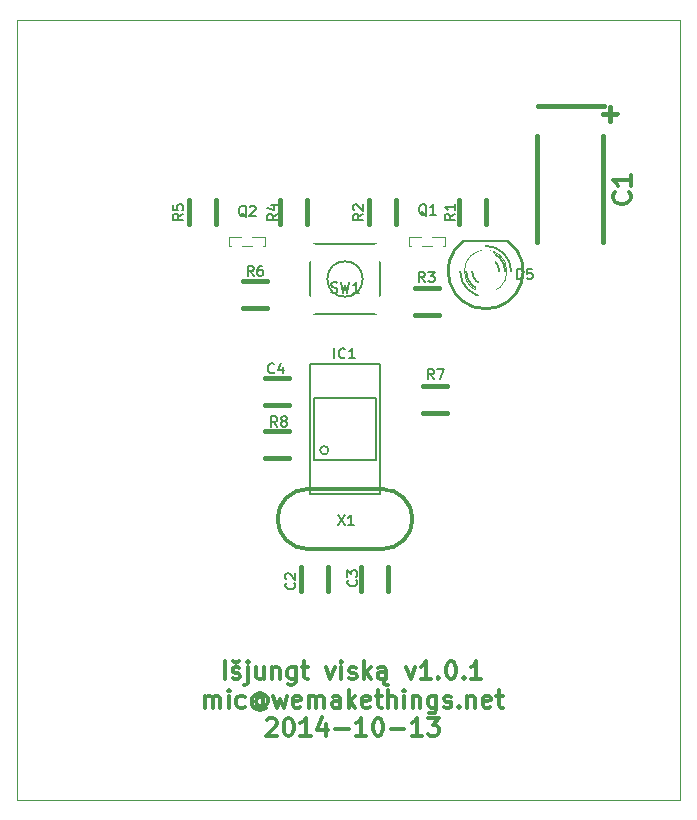
<source format=gbr>
%FSLAX46Y46*%
G04 Gerber Fmt 4.6, Leading zero omitted, Abs format (unit mm)*
G04 Created by KiCad (PCBNEW (2014-09-18 BZR 5141)-product) date Mon 13 Oct 2014 02:33:10 PM EEST*
%MOMM*%
G01*
G04 APERTURE LIST*
%ADD10C,0.150000*%
%ADD11C,0.300000*%
%ADD12C,0.100000*%
%ADD13C,0.119380*%
%ADD14C,0.127000*%
%ADD15C,0.203200*%
%ADD16C,0.076200*%
%ADD17C,0.254000*%
%ADD18C,0.152400*%
%ADD19C,0.317500*%
%ADD20C,0.200000*%
%ADD21C,0.381000*%
%ADD22C,0.304800*%
%ADD23R,0.914400X1.500000*%
%ADD24C,2.500000*%
%ADD25C,1.800000*%
%ADD26C,3.100000*%
%ADD27R,1.524000X1.524000*%
%ADD28C,1.524000*%
%ADD29C,1.676400*%
%ADD30C,1.422400*%
%ADD31R,0.700000X2.200000*%
%ADD32R,1.198880X1.501140*%
%ADD33R,1.501140X1.198880*%
%ADD34R,4.399280X4.549140*%
G04 APERTURE END LIST*
D10*
D11*
X106678571Y-122778571D02*
X106678571Y-121278571D01*
X107321428Y-122707143D02*
X107464285Y-122778571D01*
X107750000Y-122778571D01*
X107892857Y-122707143D01*
X107964285Y-122564286D01*
X107964285Y-122492857D01*
X107892857Y-122350000D01*
X107750000Y-122278571D01*
X107535714Y-122278571D01*
X107392857Y-122207143D01*
X107321428Y-122064286D01*
X107321428Y-121992857D01*
X107392857Y-121850000D01*
X107535714Y-121778571D01*
X107750000Y-121778571D01*
X107892857Y-121850000D01*
X107321428Y-121207143D02*
X107607143Y-121421429D01*
X107892857Y-121207143D01*
X108607143Y-121778571D02*
X108607143Y-123064286D01*
X108535714Y-123207143D01*
X108392857Y-123278571D01*
X108321429Y-123278571D01*
X108607143Y-121278571D02*
X108535714Y-121350000D01*
X108607143Y-121421429D01*
X108678571Y-121350000D01*
X108607143Y-121278571D01*
X108607143Y-121421429D01*
X109964286Y-121778571D02*
X109964286Y-122778571D01*
X109321429Y-121778571D02*
X109321429Y-122564286D01*
X109392857Y-122707143D01*
X109535715Y-122778571D01*
X109750000Y-122778571D01*
X109892857Y-122707143D01*
X109964286Y-122635714D01*
X110678572Y-121778571D02*
X110678572Y-122778571D01*
X110678572Y-121921429D02*
X110750000Y-121850000D01*
X110892858Y-121778571D01*
X111107143Y-121778571D01*
X111250000Y-121850000D01*
X111321429Y-121992857D01*
X111321429Y-122778571D01*
X112678572Y-121778571D02*
X112678572Y-122992857D01*
X112607143Y-123135714D01*
X112535715Y-123207143D01*
X112392858Y-123278571D01*
X112178572Y-123278571D01*
X112035715Y-123207143D01*
X112678572Y-122707143D02*
X112535715Y-122778571D01*
X112250001Y-122778571D01*
X112107143Y-122707143D01*
X112035715Y-122635714D01*
X111964286Y-122492857D01*
X111964286Y-122064286D01*
X112035715Y-121921429D01*
X112107143Y-121850000D01*
X112250001Y-121778571D01*
X112535715Y-121778571D01*
X112678572Y-121850000D01*
X113178572Y-121778571D02*
X113750001Y-121778571D01*
X113392858Y-121278571D02*
X113392858Y-122564286D01*
X113464286Y-122707143D01*
X113607144Y-122778571D01*
X113750001Y-122778571D01*
X115250001Y-121778571D02*
X115607144Y-122778571D01*
X115964286Y-121778571D01*
X116535715Y-122778571D02*
X116535715Y-121778571D01*
X116535715Y-121278571D02*
X116464286Y-121350000D01*
X116535715Y-121421429D01*
X116607143Y-121350000D01*
X116535715Y-121278571D01*
X116535715Y-121421429D01*
X117178572Y-122707143D02*
X117321429Y-122778571D01*
X117607144Y-122778571D01*
X117750001Y-122707143D01*
X117821429Y-122564286D01*
X117821429Y-122492857D01*
X117750001Y-122350000D01*
X117607144Y-122278571D01*
X117392858Y-122278571D01*
X117250001Y-122207143D01*
X117178572Y-122064286D01*
X117178572Y-121992857D01*
X117250001Y-121850000D01*
X117392858Y-121778571D01*
X117607144Y-121778571D01*
X117750001Y-121850000D01*
X118464287Y-122778571D02*
X118464287Y-121278571D01*
X118607144Y-122207143D02*
X119035715Y-122778571D01*
X119035715Y-121778571D02*
X118464287Y-122350000D01*
X120321430Y-122778571D02*
X120321430Y-121992857D01*
X120250001Y-121850000D01*
X120107144Y-121778571D01*
X119821430Y-121778571D01*
X119678573Y-121850000D01*
X120321430Y-122707143D02*
X120178573Y-122778571D01*
X119821430Y-122778571D01*
X119678573Y-122707143D01*
X119607144Y-122564286D01*
X119607144Y-122421429D01*
X119678573Y-122278571D01*
X119821430Y-122207143D01*
X120178573Y-122207143D01*
X120321430Y-122135714D01*
X120321430Y-122778571D02*
X120178573Y-122921429D01*
X120107144Y-123064286D01*
X120178573Y-123207143D01*
X120321430Y-123278571D01*
X120464287Y-123278571D01*
X122035716Y-121778571D02*
X122392859Y-122778571D01*
X122750001Y-121778571D01*
X124107144Y-122778571D02*
X123250001Y-122778571D01*
X123678573Y-122778571D02*
X123678573Y-121278571D01*
X123535716Y-121492857D01*
X123392858Y-121635714D01*
X123250001Y-121707143D01*
X124750001Y-122635714D02*
X124821429Y-122707143D01*
X124750001Y-122778571D01*
X124678572Y-122707143D01*
X124750001Y-122635714D01*
X124750001Y-122778571D01*
X125750001Y-121278571D02*
X125892858Y-121278571D01*
X126035715Y-121350000D01*
X126107144Y-121421429D01*
X126178573Y-121564286D01*
X126250001Y-121850000D01*
X126250001Y-122207143D01*
X126178573Y-122492857D01*
X126107144Y-122635714D01*
X126035715Y-122707143D01*
X125892858Y-122778571D01*
X125750001Y-122778571D01*
X125607144Y-122707143D01*
X125535715Y-122635714D01*
X125464287Y-122492857D01*
X125392858Y-122207143D01*
X125392858Y-121850000D01*
X125464287Y-121564286D01*
X125535715Y-121421429D01*
X125607144Y-121350000D01*
X125750001Y-121278571D01*
X126892858Y-122635714D02*
X126964286Y-122707143D01*
X126892858Y-122778571D01*
X126821429Y-122707143D01*
X126892858Y-122635714D01*
X126892858Y-122778571D01*
X128392858Y-122778571D02*
X127535715Y-122778571D01*
X127964287Y-122778571D02*
X127964287Y-121278571D01*
X127821430Y-121492857D01*
X127678572Y-121635714D01*
X127535715Y-121707143D01*
X105000000Y-125178571D02*
X105000000Y-124178571D01*
X105000000Y-124321429D02*
X105071428Y-124250000D01*
X105214286Y-124178571D01*
X105428571Y-124178571D01*
X105571428Y-124250000D01*
X105642857Y-124392857D01*
X105642857Y-125178571D01*
X105642857Y-124392857D02*
X105714286Y-124250000D01*
X105857143Y-124178571D01*
X106071428Y-124178571D01*
X106214286Y-124250000D01*
X106285714Y-124392857D01*
X106285714Y-125178571D01*
X107000000Y-125178571D02*
X107000000Y-124178571D01*
X107000000Y-123678571D02*
X106928571Y-123750000D01*
X107000000Y-123821429D01*
X107071428Y-123750000D01*
X107000000Y-123678571D01*
X107000000Y-123821429D01*
X108357143Y-125107143D02*
X108214286Y-125178571D01*
X107928572Y-125178571D01*
X107785714Y-125107143D01*
X107714286Y-125035714D01*
X107642857Y-124892857D01*
X107642857Y-124464286D01*
X107714286Y-124321429D01*
X107785714Y-124250000D01*
X107928572Y-124178571D01*
X108214286Y-124178571D01*
X108357143Y-124250000D01*
X109928571Y-124464286D02*
X109857143Y-124392857D01*
X109714286Y-124321429D01*
X109571428Y-124321429D01*
X109428571Y-124392857D01*
X109357143Y-124464286D01*
X109285714Y-124607143D01*
X109285714Y-124750000D01*
X109357143Y-124892857D01*
X109428571Y-124964286D01*
X109571428Y-125035714D01*
X109714286Y-125035714D01*
X109857143Y-124964286D01*
X109928571Y-124892857D01*
X109928571Y-124321429D02*
X109928571Y-124892857D01*
X110000000Y-124964286D01*
X110071428Y-124964286D01*
X110214286Y-124892857D01*
X110285714Y-124750000D01*
X110285714Y-124392857D01*
X110142857Y-124178571D01*
X109928571Y-124035714D01*
X109642857Y-123964286D01*
X109357143Y-124035714D01*
X109142857Y-124178571D01*
X109000000Y-124392857D01*
X108928571Y-124678571D01*
X109000000Y-124964286D01*
X109142857Y-125178571D01*
X109357143Y-125321429D01*
X109642857Y-125392857D01*
X109928571Y-125321429D01*
X110142857Y-125178571D01*
X110785714Y-124178571D02*
X111071428Y-125178571D01*
X111357142Y-124464286D01*
X111642857Y-125178571D01*
X111928571Y-124178571D01*
X113071428Y-125107143D02*
X112928571Y-125178571D01*
X112642857Y-125178571D01*
X112500000Y-125107143D01*
X112428571Y-124964286D01*
X112428571Y-124392857D01*
X112500000Y-124250000D01*
X112642857Y-124178571D01*
X112928571Y-124178571D01*
X113071428Y-124250000D01*
X113142857Y-124392857D01*
X113142857Y-124535714D01*
X112428571Y-124678571D01*
X113785714Y-125178571D02*
X113785714Y-124178571D01*
X113785714Y-124321429D02*
X113857142Y-124250000D01*
X114000000Y-124178571D01*
X114214285Y-124178571D01*
X114357142Y-124250000D01*
X114428571Y-124392857D01*
X114428571Y-125178571D01*
X114428571Y-124392857D02*
X114500000Y-124250000D01*
X114642857Y-124178571D01*
X114857142Y-124178571D01*
X115000000Y-124250000D01*
X115071428Y-124392857D01*
X115071428Y-125178571D01*
X116428571Y-125178571D02*
X116428571Y-124392857D01*
X116357142Y-124250000D01*
X116214285Y-124178571D01*
X115928571Y-124178571D01*
X115785714Y-124250000D01*
X116428571Y-125107143D02*
X116285714Y-125178571D01*
X115928571Y-125178571D01*
X115785714Y-125107143D01*
X115714285Y-124964286D01*
X115714285Y-124821429D01*
X115785714Y-124678571D01*
X115928571Y-124607143D01*
X116285714Y-124607143D01*
X116428571Y-124535714D01*
X117142857Y-125178571D02*
X117142857Y-123678571D01*
X117285714Y-124607143D02*
X117714285Y-125178571D01*
X117714285Y-124178571D02*
X117142857Y-124750000D01*
X118928571Y-125107143D02*
X118785714Y-125178571D01*
X118500000Y-125178571D01*
X118357143Y-125107143D01*
X118285714Y-124964286D01*
X118285714Y-124392857D01*
X118357143Y-124250000D01*
X118500000Y-124178571D01*
X118785714Y-124178571D01*
X118928571Y-124250000D01*
X119000000Y-124392857D01*
X119000000Y-124535714D01*
X118285714Y-124678571D01*
X119428571Y-124178571D02*
X120000000Y-124178571D01*
X119642857Y-123678571D02*
X119642857Y-124964286D01*
X119714285Y-125107143D01*
X119857143Y-125178571D01*
X120000000Y-125178571D01*
X120500000Y-125178571D02*
X120500000Y-123678571D01*
X121142857Y-125178571D02*
X121142857Y-124392857D01*
X121071428Y-124250000D01*
X120928571Y-124178571D01*
X120714286Y-124178571D01*
X120571428Y-124250000D01*
X120500000Y-124321429D01*
X121857143Y-125178571D02*
X121857143Y-124178571D01*
X121857143Y-123678571D02*
X121785714Y-123750000D01*
X121857143Y-123821429D01*
X121928571Y-123750000D01*
X121857143Y-123678571D01*
X121857143Y-123821429D01*
X122571429Y-124178571D02*
X122571429Y-125178571D01*
X122571429Y-124321429D02*
X122642857Y-124250000D01*
X122785715Y-124178571D01*
X123000000Y-124178571D01*
X123142857Y-124250000D01*
X123214286Y-124392857D01*
X123214286Y-125178571D01*
X124571429Y-124178571D02*
X124571429Y-125392857D01*
X124500000Y-125535714D01*
X124428572Y-125607143D01*
X124285715Y-125678571D01*
X124071429Y-125678571D01*
X123928572Y-125607143D01*
X124571429Y-125107143D02*
X124428572Y-125178571D01*
X124142858Y-125178571D01*
X124000000Y-125107143D01*
X123928572Y-125035714D01*
X123857143Y-124892857D01*
X123857143Y-124464286D01*
X123928572Y-124321429D01*
X124000000Y-124250000D01*
X124142858Y-124178571D01*
X124428572Y-124178571D01*
X124571429Y-124250000D01*
X125214286Y-125107143D02*
X125357143Y-125178571D01*
X125642858Y-125178571D01*
X125785715Y-125107143D01*
X125857143Y-124964286D01*
X125857143Y-124892857D01*
X125785715Y-124750000D01*
X125642858Y-124678571D01*
X125428572Y-124678571D01*
X125285715Y-124607143D01*
X125214286Y-124464286D01*
X125214286Y-124392857D01*
X125285715Y-124250000D01*
X125428572Y-124178571D01*
X125642858Y-124178571D01*
X125785715Y-124250000D01*
X126500001Y-125035714D02*
X126571429Y-125107143D01*
X126500001Y-125178571D01*
X126428572Y-125107143D01*
X126500001Y-125035714D01*
X126500001Y-125178571D01*
X127214287Y-124178571D02*
X127214287Y-125178571D01*
X127214287Y-124321429D02*
X127285715Y-124250000D01*
X127428573Y-124178571D01*
X127642858Y-124178571D01*
X127785715Y-124250000D01*
X127857144Y-124392857D01*
X127857144Y-125178571D01*
X129142858Y-125107143D02*
X129000001Y-125178571D01*
X128714287Y-125178571D01*
X128571430Y-125107143D01*
X128500001Y-124964286D01*
X128500001Y-124392857D01*
X128571430Y-124250000D01*
X128714287Y-124178571D01*
X129000001Y-124178571D01*
X129142858Y-124250000D01*
X129214287Y-124392857D01*
X129214287Y-124535714D01*
X128500001Y-124678571D01*
X129642858Y-124178571D02*
X130214287Y-124178571D01*
X129857144Y-123678571D02*
X129857144Y-124964286D01*
X129928572Y-125107143D01*
X130071430Y-125178571D01*
X130214287Y-125178571D01*
X110214287Y-126221429D02*
X110285716Y-126150000D01*
X110428573Y-126078571D01*
X110785716Y-126078571D01*
X110928573Y-126150000D01*
X111000002Y-126221429D01*
X111071430Y-126364286D01*
X111071430Y-126507143D01*
X111000002Y-126721429D01*
X110142859Y-127578571D01*
X111071430Y-127578571D01*
X112000001Y-126078571D02*
X112142858Y-126078571D01*
X112285715Y-126150000D01*
X112357144Y-126221429D01*
X112428573Y-126364286D01*
X112500001Y-126650000D01*
X112500001Y-127007143D01*
X112428573Y-127292857D01*
X112357144Y-127435714D01*
X112285715Y-127507143D01*
X112142858Y-127578571D01*
X112000001Y-127578571D01*
X111857144Y-127507143D01*
X111785715Y-127435714D01*
X111714287Y-127292857D01*
X111642858Y-127007143D01*
X111642858Y-126650000D01*
X111714287Y-126364286D01*
X111785715Y-126221429D01*
X111857144Y-126150000D01*
X112000001Y-126078571D01*
X113928572Y-127578571D02*
X113071429Y-127578571D01*
X113500001Y-127578571D02*
X113500001Y-126078571D01*
X113357144Y-126292857D01*
X113214286Y-126435714D01*
X113071429Y-126507143D01*
X115214286Y-126578571D02*
X115214286Y-127578571D01*
X114857143Y-126007143D02*
X114500000Y-127078571D01*
X115428572Y-127078571D01*
X116000000Y-127007143D02*
X117142857Y-127007143D01*
X118642857Y-127578571D02*
X117785714Y-127578571D01*
X118214286Y-127578571D02*
X118214286Y-126078571D01*
X118071429Y-126292857D01*
X117928571Y-126435714D01*
X117785714Y-126507143D01*
X119571428Y-126078571D02*
X119714285Y-126078571D01*
X119857142Y-126150000D01*
X119928571Y-126221429D01*
X120000000Y-126364286D01*
X120071428Y-126650000D01*
X120071428Y-127007143D01*
X120000000Y-127292857D01*
X119928571Y-127435714D01*
X119857142Y-127507143D01*
X119714285Y-127578571D01*
X119571428Y-127578571D01*
X119428571Y-127507143D01*
X119357142Y-127435714D01*
X119285714Y-127292857D01*
X119214285Y-127007143D01*
X119214285Y-126650000D01*
X119285714Y-126364286D01*
X119357142Y-126221429D01*
X119428571Y-126150000D01*
X119571428Y-126078571D01*
X120714285Y-127007143D02*
X121857142Y-127007143D01*
X123357142Y-127578571D02*
X122499999Y-127578571D01*
X122928571Y-127578571D02*
X122928571Y-126078571D01*
X122785714Y-126292857D01*
X122642856Y-126435714D01*
X122499999Y-126507143D01*
X123857142Y-126078571D02*
X124785713Y-126078571D01*
X124285713Y-126650000D01*
X124499999Y-126650000D01*
X124642856Y-126721429D01*
X124714285Y-126792857D01*
X124785713Y-126935714D01*
X124785713Y-127292857D01*
X124714285Y-127435714D01*
X124642856Y-127507143D01*
X124499999Y-127578571D01*
X124071427Y-127578571D01*
X123928570Y-127507143D01*
X123857142Y-127435714D01*
D12*
X89090000Y-67000000D02*
X89090000Y-133000000D01*
X145225000Y-67000000D02*
X89090000Y-67000000D01*
X145225000Y-133000000D02*
X145225000Y-67000000D01*
X89090000Y-133000000D02*
X145225000Y-133000000D01*
D13*
X125349000Y-86106000D02*
X122301000Y-86106000D01*
X122301000Y-86106000D02*
X122301000Y-85344000D01*
X122301000Y-85344000D02*
X125349000Y-85344000D01*
X125349000Y-85344000D02*
X125349000Y-86106000D01*
X110109000Y-86106000D02*
X107061000Y-86106000D01*
X107061000Y-86106000D02*
X107061000Y-85344000D01*
X107061000Y-85344000D02*
X110109000Y-85344000D01*
X110109000Y-85344000D02*
X110109000Y-86106000D01*
D14*
X118340000Y-88900000D02*
G75*
G03X118340000Y-88900000I-1500000J0D01*
G74*
G01*
X119840000Y-91900000D02*
X113840000Y-91900000D01*
X113840000Y-91900000D02*
X113840000Y-85900000D01*
X113840000Y-85900000D02*
X119840000Y-85900000D01*
X119840000Y-91900000D02*
X119840000Y-85900000D01*
D15*
X130655000Y-85655200D02*
X126845000Y-85655200D01*
D16*
X130546051Y-88246000D02*
G75*
G03X130546051Y-88246000I-1796051J0D01*
G74*
G01*
D17*
X126842332Y-85708003D02*
G75*
G03X130655000Y-85706000I1907668J-2537997D01*
G74*
G01*
D18*
X127607000Y-88246000D02*
G75*
G03X128750000Y-89389000I1143000J0D01*
G74*
G01*
X129893000Y-88246000D02*
G75*
G03X128750000Y-87103000I-1143000J0D01*
G74*
G01*
X127099000Y-88246000D02*
G75*
G03X128750000Y-89897000I1651000J0D01*
G74*
G01*
X130401000Y-88246000D02*
G75*
G03X128750000Y-86595000I-1651000J0D01*
G74*
G01*
X126591000Y-88246000D02*
G75*
G03X128750000Y-90405000I2159000J0D01*
G74*
G01*
X130909000Y-88246000D02*
G75*
G03X128750000Y-86087000I-2159000J0D01*
G74*
G01*
D19*
X113665000Y-111760000D02*
X120015000Y-111760000D01*
X113665000Y-106680000D02*
X120015000Y-106680000D01*
X122555000Y-109220000D02*
G75*
G03X120015000Y-106680000I-2540000J0D01*
G74*
G01*
X120015000Y-111760000D02*
G75*
G03X122555000Y-109220000I0J2540000D01*
G74*
G01*
X113665000Y-106680000D02*
G75*
G03X111125000Y-109220000I0J-2540000D01*
G74*
G01*
X111125000Y-109220000D02*
G75*
G03X113665000Y-111760000I2540000J0D01*
G74*
G01*
D20*
X115440000Y-103400000D02*
G75*
G03X115440000Y-103400000I-350000J0D01*
G74*
G01*
X113840000Y-96100000D02*
X119840000Y-96100000D01*
X119840000Y-96100000D02*
X119840000Y-107100000D01*
X119840000Y-107100000D02*
X113840000Y-107100000D01*
X113840000Y-107100000D02*
X113840000Y-96100000D01*
D12*
X115125500Y-104267000D02*
X115125500Y-105664000D01*
X115125500Y-105664000D02*
X114744500Y-105664000D01*
X114744500Y-105664000D02*
X114744500Y-104267000D01*
X116395500Y-104267000D02*
X116395500Y-105664000D01*
X116395500Y-105664000D02*
X116014500Y-105664000D01*
X116014500Y-105664000D02*
X116014500Y-104267000D01*
X117665500Y-104267000D02*
X117665500Y-105664000D01*
X117665500Y-105664000D02*
X117284500Y-105664000D01*
X117284500Y-105664000D02*
X117284500Y-104267000D01*
X118935500Y-104267000D02*
X118935500Y-105664000D01*
X118935500Y-105664000D02*
X118554500Y-105664000D01*
X118554500Y-105664000D02*
X118554500Y-104267000D01*
X114744500Y-98933000D02*
X114744500Y-97536000D01*
X114744500Y-97536000D02*
X115125500Y-97536000D01*
X115125500Y-97536000D02*
X115125500Y-98933000D01*
X116014500Y-98933000D02*
X116014500Y-97536000D01*
X116014500Y-97536000D02*
X116395500Y-97536000D01*
X116395500Y-97536000D02*
X116395500Y-98933000D01*
X117284500Y-98933000D02*
X117284500Y-97536000D01*
X117284500Y-97536000D02*
X117665500Y-97536000D01*
X117665500Y-97536000D02*
X117665500Y-98933000D01*
X118554500Y-97536000D02*
X118935500Y-97536000D01*
X118554500Y-98933000D02*
X118554500Y-97536000D01*
X118935500Y-97536000D02*
X118935500Y-98933000D01*
D20*
X119440000Y-98950000D02*
X119440000Y-104250000D01*
X119440000Y-104250000D02*
X114240000Y-104250000D01*
X114240000Y-104250000D02*
X114240000Y-98950000D01*
X114240000Y-98950000D02*
X119440000Y-98950000D01*
D21*
X128778000Y-83185000D02*
X128778000Y-82169000D01*
X128778000Y-83185000D02*
X128778000Y-84201000D01*
X126492000Y-83185000D02*
X126492000Y-82169000D01*
X126492000Y-83185000D02*
X126492000Y-84201000D01*
X121158000Y-83185000D02*
X121158000Y-82169000D01*
X121158000Y-83185000D02*
X121158000Y-84201000D01*
X118872000Y-83185000D02*
X118872000Y-82169000D01*
X118872000Y-83185000D02*
X118872000Y-84201000D01*
X123825000Y-89662000D02*
X122809000Y-89662000D01*
X123825000Y-89662000D02*
X124841000Y-89662000D01*
X123825000Y-91948000D02*
X122809000Y-91948000D01*
X123825000Y-91948000D02*
X124841000Y-91948000D01*
X113643000Y-83250000D02*
X113643000Y-82234000D01*
X113643000Y-83250000D02*
X113643000Y-84266000D01*
X111357000Y-83250000D02*
X111357000Y-82234000D01*
X111357000Y-83250000D02*
X111357000Y-84266000D01*
X105893000Y-83250000D02*
X105893000Y-82234000D01*
X105893000Y-83250000D02*
X105893000Y-84266000D01*
X103607000Y-83250000D02*
X103607000Y-82234000D01*
X103607000Y-83250000D02*
X103607000Y-84266000D01*
X109220000Y-89027000D02*
X108204000Y-89027000D01*
X109220000Y-89027000D02*
X110236000Y-89027000D01*
X109220000Y-91313000D02*
X108204000Y-91313000D01*
X109220000Y-91313000D02*
X110236000Y-91313000D01*
X111125000Y-101727000D02*
X110109000Y-101727000D01*
X111125000Y-101727000D02*
X112141000Y-101727000D01*
X111125000Y-104013000D02*
X110109000Y-104013000D01*
X111125000Y-104013000D02*
X112141000Y-104013000D01*
X124460000Y-100203000D02*
X125476000Y-100203000D01*
X124460000Y-100203000D02*
X123444000Y-100203000D01*
X124460000Y-97917000D02*
X125476000Y-97917000D01*
X124460000Y-97917000D02*
X123444000Y-97917000D01*
X115443000Y-114300000D02*
X115443000Y-113284000D01*
X115443000Y-114300000D02*
X115443000Y-115316000D01*
X113157000Y-114300000D02*
X113157000Y-113284000D01*
X113157000Y-114300000D02*
X113157000Y-115316000D01*
X120523000Y-114300000D02*
X120523000Y-113284000D01*
X120523000Y-114300000D02*
X120523000Y-115316000D01*
X118237000Y-114300000D02*
X118237000Y-113284000D01*
X118237000Y-114300000D02*
X118237000Y-115316000D01*
X111125000Y-99568000D02*
X112141000Y-99568000D01*
X111125000Y-99568000D02*
X110109000Y-99568000D01*
X111125000Y-97282000D02*
X112141000Y-97282000D01*
X111125000Y-97282000D02*
X110109000Y-97282000D01*
X138790680Y-74279760D02*
X133192520Y-74279760D01*
X133090920Y-76779120D02*
X133090920Y-85780880D01*
X138689080Y-85780880D02*
X138689080Y-76779120D01*
X139791440Y-74927460D02*
X138691620Y-74927460D01*
X139291060Y-74328020D02*
X139291060Y-75526900D01*
D10*
X123742752Y-83530924D02*
X123660505Y-83489800D01*
X123578257Y-83407552D01*
X123454886Y-83284181D01*
X123372638Y-83243057D01*
X123290390Y-83243057D01*
X123331514Y-83448676D02*
X123249267Y-83407552D01*
X123167019Y-83325305D01*
X123125895Y-83160810D01*
X123125895Y-82872943D01*
X123167019Y-82708448D01*
X123249267Y-82626200D01*
X123331514Y-82585076D01*
X123496010Y-82585076D01*
X123578257Y-82626200D01*
X123660505Y-82708448D01*
X123701629Y-82872943D01*
X123701629Y-83160810D01*
X123660505Y-83325305D01*
X123578257Y-83407552D01*
X123496010Y-83448676D01*
X123331514Y-83448676D01*
X124524105Y-83448676D02*
X124030619Y-83448676D01*
X124277362Y-83448676D02*
X124277362Y-82585076D01*
X124195114Y-82708448D01*
X124112867Y-82790695D01*
X124030619Y-82831819D01*
X108502752Y-83657924D02*
X108420505Y-83616800D01*
X108338257Y-83534552D01*
X108214886Y-83411181D01*
X108132638Y-83370057D01*
X108050390Y-83370057D01*
X108091514Y-83575676D02*
X108009267Y-83534552D01*
X107927019Y-83452305D01*
X107885895Y-83287810D01*
X107885895Y-82999943D01*
X107927019Y-82835448D01*
X108009267Y-82753200D01*
X108091514Y-82712076D01*
X108256010Y-82712076D01*
X108338257Y-82753200D01*
X108420505Y-82835448D01*
X108461629Y-82999943D01*
X108461629Y-83287810D01*
X108420505Y-83452305D01*
X108338257Y-83534552D01*
X108256010Y-83575676D01*
X108091514Y-83575676D01*
X108790619Y-82794324D02*
X108831743Y-82753200D01*
X108913991Y-82712076D01*
X109119610Y-82712076D01*
X109201857Y-82753200D01*
X109242981Y-82794324D01*
X109284105Y-82876571D01*
X109284105Y-82958819D01*
X109242981Y-83082190D01*
X108749495Y-83575676D01*
X109284105Y-83575676D01*
X115688534Y-90011552D02*
X115811906Y-90052676D01*
X116017525Y-90052676D01*
X116099772Y-90011552D01*
X116140896Y-89970429D01*
X116182020Y-89888181D01*
X116182020Y-89805933D01*
X116140896Y-89723686D01*
X116099772Y-89682562D01*
X116017525Y-89641438D01*
X115853029Y-89600314D01*
X115770782Y-89559190D01*
X115729658Y-89518067D01*
X115688534Y-89435819D01*
X115688534Y-89353571D01*
X115729658Y-89271324D01*
X115770782Y-89230200D01*
X115853029Y-89189076D01*
X116058649Y-89189076D01*
X116182020Y-89230200D01*
X116469886Y-89189076D02*
X116675505Y-90052676D01*
X116840001Y-89435819D01*
X117004496Y-90052676D01*
X117210115Y-89189076D01*
X117991467Y-90052676D02*
X117497981Y-90052676D01*
X117744724Y-90052676D02*
X117744724Y-89189076D01*
X117662476Y-89312448D01*
X117580229Y-89394695D01*
X117497981Y-89435819D01*
X131417581Y-88890676D02*
X131417581Y-88027076D01*
X131623200Y-88027076D01*
X131746572Y-88068200D01*
X131828819Y-88150448D01*
X131869943Y-88232695D01*
X131911067Y-88397190D01*
X131911067Y-88520562D01*
X131869943Y-88685057D01*
X131828819Y-88767305D01*
X131746572Y-88849552D01*
X131623200Y-88890676D01*
X131417581Y-88890676D01*
X132692419Y-88027076D02*
X132281181Y-88027076D01*
X132240057Y-88438314D01*
X132281181Y-88397190D01*
X132363429Y-88356067D01*
X132569048Y-88356067D01*
X132651295Y-88397190D01*
X132692419Y-88438314D01*
X132733543Y-88520562D01*
X132733543Y-88726181D01*
X132692419Y-88808429D01*
X132651295Y-88849552D01*
X132569048Y-88890676D01*
X132363429Y-88890676D01*
X132281181Y-88849552D01*
X132240057Y-88808429D01*
X116267895Y-108874076D02*
X116843629Y-109737676D01*
X116843629Y-108874076D02*
X116267895Y-109737676D01*
X117624981Y-109737676D02*
X117131495Y-109737676D01*
X117378238Y-109737676D02*
X117378238Y-108874076D01*
X117295990Y-108997448D01*
X117213743Y-109079695D01*
X117131495Y-109120819D01*
X115936962Y-95620676D02*
X115936962Y-94757076D01*
X116841686Y-95538429D02*
X116800562Y-95579552D01*
X116677191Y-95620676D01*
X116594943Y-95620676D01*
X116471571Y-95579552D01*
X116389324Y-95497305D01*
X116348200Y-95415057D01*
X116307076Y-95250562D01*
X116307076Y-95127190D01*
X116348200Y-94962695D01*
X116389324Y-94880448D01*
X116471571Y-94798200D01*
X116594943Y-94757076D01*
X116677191Y-94757076D01*
X116800562Y-94798200D01*
X116841686Y-94839324D01*
X117664162Y-95620676D02*
X117170676Y-95620676D01*
X117417419Y-95620676D02*
X117417419Y-94757076D01*
X117335171Y-94880448D01*
X117252924Y-94962695D01*
X117170676Y-95003819D01*
X126140676Y-83393933D02*
X125729438Y-83681800D01*
X126140676Y-83887419D02*
X125277076Y-83887419D01*
X125277076Y-83558428D01*
X125318200Y-83476181D01*
X125359324Y-83435057D01*
X125441571Y-83393933D01*
X125564943Y-83393933D01*
X125647190Y-83435057D01*
X125688314Y-83476181D01*
X125729438Y-83558428D01*
X125729438Y-83887419D01*
X126140676Y-82571457D02*
X126140676Y-83064943D01*
X126140676Y-82818200D02*
X125277076Y-82818200D01*
X125400448Y-82900448D01*
X125482695Y-82982695D01*
X125523819Y-83064943D01*
X118390676Y-83393933D02*
X117979438Y-83681800D01*
X118390676Y-83887419D02*
X117527076Y-83887419D01*
X117527076Y-83558428D01*
X117568200Y-83476181D01*
X117609324Y-83435057D01*
X117691571Y-83393933D01*
X117814943Y-83393933D01*
X117897190Y-83435057D01*
X117938314Y-83476181D01*
X117979438Y-83558428D01*
X117979438Y-83887419D01*
X117609324Y-83064943D02*
X117568200Y-83023819D01*
X117527076Y-82941571D01*
X117527076Y-82735952D01*
X117568200Y-82653705D01*
X117609324Y-82612581D01*
X117691571Y-82571457D01*
X117773819Y-82571457D01*
X117897190Y-82612581D01*
X118390676Y-83106067D01*
X118390676Y-82571457D01*
X123606067Y-89140676D02*
X123318200Y-88729438D01*
X123112581Y-89140676D02*
X123112581Y-88277076D01*
X123441572Y-88277076D01*
X123523819Y-88318200D01*
X123564943Y-88359324D01*
X123606067Y-88441571D01*
X123606067Y-88564943D01*
X123564943Y-88647190D01*
X123523819Y-88688314D01*
X123441572Y-88729438D01*
X123112581Y-88729438D01*
X123893933Y-88277076D02*
X124428543Y-88277076D01*
X124140676Y-88606067D01*
X124264048Y-88606067D01*
X124346295Y-88647190D01*
X124387419Y-88688314D01*
X124428543Y-88770562D01*
X124428543Y-88976181D01*
X124387419Y-89058429D01*
X124346295Y-89099552D01*
X124264048Y-89140676D01*
X124017305Y-89140676D01*
X123935057Y-89099552D01*
X123893933Y-89058429D01*
X111140676Y-83393933D02*
X110729438Y-83681800D01*
X111140676Y-83887419D02*
X110277076Y-83887419D01*
X110277076Y-83558428D01*
X110318200Y-83476181D01*
X110359324Y-83435057D01*
X110441571Y-83393933D01*
X110564943Y-83393933D01*
X110647190Y-83435057D01*
X110688314Y-83476181D01*
X110729438Y-83558428D01*
X110729438Y-83887419D01*
X110564943Y-82653705D02*
X111140676Y-82653705D01*
X110235952Y-82859324D02*
X110852810Y-83064943D01*
X110852810Y-82530333D01*
X103140676Y-83393933D02*
X102729438Y-83681800D01*
X103140676Y-83887419D02*
X102277076Y-83887419D01*
X102277076Y-83558428D01*
X102318200Y-83476181D01*
X102359324Y-83435057D01*
X102441571Y-83393933D01*
X102564943Y-83393933D01*
X102647190Y-83435057D01*
X102688314Y-83476181D01*
X102729438Y-83558428D01*
X102729438Y-83887419D01*
X102277076Y-82612581D02*
X102277076Y-83023819D01*
X102688314Y-83064943D01*
X102647190Y-83023819D01*
X102606067Y-82941571D01*
X102606067Y-82735952D01*
X102647190Y-82653705D01*
X102688314Y-82612581D01*
X102770562Y-82571457D01*
X102976181Y-82571457D01*
X103058429Y-82612581D01*
X103099552Y-82653705D01*
X103140676Y-82735952D01*
X103140676Y-82941571D01*
X103099552Y-83023819D01*
X103058429Y-83064943D01*
X109106067Y-88640676D02*
X108818200Y-88229438D01*
X108612581Y-88640676D02*
X108612581Y-87777076D01*
X108941572Y-87777076D01*
X109023819Y-87818200D01*
X109064943Y-87859324D01*
X109106067Y-87941571D01*
X109106067Y-88064943D01*
X109064943Y-88147190D01*
X109023819Y-88188314D01*
X108941572Y-88229438D01*
X108612581Y-88229438D01*
X109846295Y-87777076D02*
X109681800Y-87777076D01*
X109599552Y-87818200D01*
X109558429Y-87859324D01*
X109476181Y-87982695D01*
X109435057Y-88147190D01*
X109435057Y-88476181D01*
X109476181Y-88558429D01*
X109517305Y-88599552D01*
X109599552Y-88640676D01*
X109764048Y-88640676D01*
X109846295Y-88599552D01*
X109887419Y-88558429D01*
X109928543Y-88476181D01*
X109928543Y-88270562D01*
X109887419Y-88188314D01*
X109846295Y-88147190D01*
X109764048Y-88106067D01*
X109599552Y-88106067D01*
X109517305Y-88147190D01*
X109476181Y-88188314D01*
X109435057Y-88270562D01*
X111106067Y-101390676D02*
X110818200Y-100979438D01*
X110612581Y-101390676D02*
X110612581Y-100527076D01*
X110941572Y-100527076D01*
X111023819Y-100568200D01*
X111064943Y-100609324D01*
X111106067Y-100691571D01*
X111106067Y-100814943D01*
X111064943Y-100897190D01*
X111023819Y-100938314D01*
X110941572Y-100979438D01*
X110612581Y-100979438D01*
X111599552Y-100897190D02*
X111517305Y-100856067D01*
X111476181Y-100814943D01*
X111435057Y-100732695D01*
X111435057Y-100691571D01*
X111476181Y-100609324D01*
X111517305Y-100568200D01*
X111599552Y-100527076D01*
X111764048Y-100527076D01*
X111846295Y-100568200D01*
X111887419Y-100609324D01*
X111928543Y-100691571D01*
X111928543Y-100732695D01*
X111887419Y-100814943D01*
X111846295Y-100856067D01*
X111764048Y-100897190D01*
X111599552Y-100897190D01*
X111517305Y-100938314D01*
X111476181Y-100979438D01*
X111435057Y-101061686D01*
X111435057Y-101226181D01*
X111476181Y-101308429D01*
X111517305Y-101349552D01*
X111599552Y-101390676D01*
X111764048Y-101390676D01*
X111846295Y-101349552D01*
X111887419Y-101308429D01*
X111928543Y-101226181D01*
X111928543Y-101061686D01*
X111887419Y-100979438D01*
X111846295Y-100938314D01*
X111764048Y-100897190D01*
X124356067Y-97390676D02*
X124068200Y-96979438D01*
X123862581Y-97390676D02*
X123862581Y-96527076D01*
X124191572Y-96527076D01*
X124273819Y-96568200D01*
X124314943Y-96609324D01*
X124356067Y-96691571D01*
X124356067Y-96814943D01*
X124314943Y-96897190D01*
X124273819Y-96938314D01*
X124191572Y-96979438D01*
X123862581Y-96979438D01*
X124643933Y-96527076D02*
X125219667Y-96527076D01*
X124849552Y-97390676D01*
X112558429Y-114643933D02*
X112599552Y-114685057D01*
X112640676Y-114808428D01*
X112640676Y-114890676D01*
X112599552Y-115014048D01*
X112517305Y-115096295D01*
X112435057Y-115137419D01*
X112270562Y-115178543D01*
X112147190Y-115178543D01*
X111982695Y-115137419D01*
X111900448Y-115096295D01*
X111818200Y-115014048D01*
X111777076Y-114890676D01*
X111777076Y-114808428D01*
X111818200Y-114685057D01*
X111859324Y-114643933D01*
X111859324Y-114314943D02*
X111818200Y-114273819D01*
X111777076Y-114191571D01*
X111777076Y-113985952D01*
X111818200Y-113903705D01*
X111859324Y-113862581D01*
X111941571Y-113821457D01*
X112023819Y-113821457D01*
X112147190Y-113862581D01*
X112640676Y-114356067D01*
X112640676Y-113821457D01*
X117808429Y-114393933D02*
X117849552Y-114435057D01*
X117890676Y-114558428D01*
X117890676Y-114640676D01*
X117849552Y-114764048D01*
X117767305Y-114846295D01*
X117685057Y-114887419D01*
X117520562Y-114928543D01*
X117397190Y-114928543D01*
X117232695Y-114887419D01*
X117150448Y-114846295D01*
X117068200Y-114764048D01*
X117027076Y-114640676D01*
X117027076Y-114558428D01*
X117068200Y-114435057D01*
X117109324Y-114393933D01*
X117027076Y-114106067D02*
X117027076Y-113571457D01*
X117356067Y-113859324D01*
X117356067Y-113735952D01*
X117397190Y-113653705D01*
X117438314Y-113612581D01*
X117520562Y-113571457D01*
X117726181Y-113571457D01*
X117808429Y-113612581D01*
X117849552Y-113653705D01*
X117890676Y-113735952D01*
X117890676Y-113982695D01*
X117849552Y-114064943D01*
X117808429Y-114106067D01*
X110856067Y-96808429D02*
X110814943Y-96849552D01*
X110691572Y-96890676D01*
X110609324Y-96890676D01*
X110485952Y-96849552D01*
X110403705Y-96767305D01*
X110362581Y-96685057D01*
X110321457Y-96520562D01*
X110321457Y-96397190D01*
X110362581Y-96232695D01*
X110403705Y-96150448D01*
X110485952Y-96068200D01*
X110609324Y-96027076D01*
X110691572Y-96027076D01*
X110814943Y-96068200D01*
X110856067Y-96109324D01*
X111596295Y-96314943D02*
X111596295Y-96890676D01*
X111390676Y-95985952D02*
X111185057Y-96602810D01*
X111719667Y-96602810D01*
D22*
X140904286Y-81564000D02*
X140976857Y-81636571D01*
X141049429Y-81854285D01*
X141049429Y-81999428D01*
X140976857Y-82217143D01*
X140831714Y-82362285D01*
X140686571Y-82434857D01*
X140396286Y-82507428D01*
X140178571Y-82507428D01*
X139888286Y-82434857D01*
X139743143Y-82362285D01*
X139598000Y-82217143D01*
X139525429Y-81999428D01*
X139525429Y-81854285D01*
X139598000Y-81636571D01*
X139670571Y-81564000D01*
X141049429Y-80112571D02*
X141049429Y-80983428D01*
X141049429Y-80548000D02*
X139525429Y-80548000D01*
X139743143Y-80693143D01*
X139888286Y-80838285D01*
X139960857Y-80983428D01*
X139397377Y-75510571D02*
X139397377Y-74349428D01*
X139977949Y-74929999D02*
X138816806Y-74929999D01*
%LPC*%
D23*
X124714000Y-86741000D03*
X122936000Y-86741000D03*
X123825000Y-84709000D03*
X109474000Y-86741000D03*
X107696000Y-86741000D03*
X108585000Y-84709000D03*
D24*
X133922500Y-100500000D03*
X141542500Y-100500000D03*
X92772500Y-100500000D03*
X100392500Y-100500000D03*
D25*
X113590000Y-91150000D03*
X113590000Y-86650000D03*
X120090000Y-91150000D03*
X120090000Y-86650000D03*
D26*
X92800000Y-129750000D03*
X141500000Y-129750000D03*
X92800000Y-70250000D03*
X141500000Y-70250000D03*
D27*
X94615000Y-78105000D03*
D28*
X92075000Y-78105000D03*
X94615000Y-80645000D03*
X92075000Y-80645000D03*
X94615000Y-83185000D03*
X92075000Y-83185000D03*
D29*
X128750000Y-89770000D03*
X128750000Y-87230000D03*
X107315000Y-78105000D03*
X104775000Y-78105000D03*
X114935000Y-78105000D03*
X112395000Y-78105000D03*
X122555000Y-78105000D03*
X120015000Y-78105000D03*
X130175000Y-78105000D03*
X127635000Y-78105000D03*
D30*
X114300000Y-109220000D03*
X119380000Y-109220000D03*
D31*
X114935000Y-105410000D03*
X116205000Y-105410000D03*
X117475000Y-105410000D03*
X118745000Y-105410000D03*
X118745000Y-97790000D03*
X117475000Y-97790000D03*
X116205000Y-97790000D03*
X114935000Y-97790000D03*
D24*
X100392500Y-119000000D03*
X92772500Y-119000000D03*
X141542500Y-119000000D03*
X133922500Y-119000000D03*
D32*
X127635000Y-81884520D03*
X127635000Y-84485480D03*
X120015000Y-81884520D03*
X120015000Y-84485480D03*
D33*
X122524520Y-90805000D03*
X125125480Y-90805000D03*
D32*
X112500000Y-81949520D03*
X112500000Y-84550480D03*
X104750000Y-81949520D03*
X104750000Y-84550480D03*
D33*
X107919520Y-90170000D03*
X110520480Y-90170000D03*
X109824520Y-102870000D03*
X112425480Y-102870000D03*
X125760480Y-99060000D03*
X123159520Y-99060000D03*
D32*
X114300000Y-112999520D03*
X114300000Y-115600480D03*
X119380000Y-112999520D03*
X119380000Y-115600480D03*
D33*
X112425480Y-98425000D03*
X109824520Y-98425000D03*
D34*
X135890000Y-85455760D03*
X135890000Y-77104240D03*
M02*

</source>
